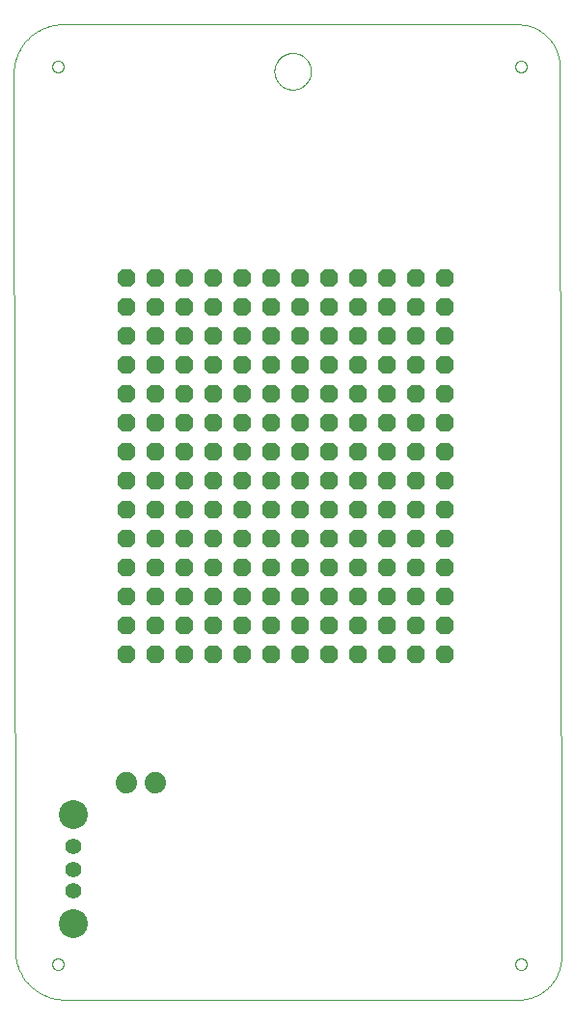
<source format=gbl>
G75*
%MOIN*%
%OFA0B0*%
%FSLAX25Y25*%
%IPPOS*%
%LPD*%
%AMOC8*
5,1,8,0,0,1.08239X$1,22.5*
%
%ADD10C,0.00000*%
%ADD11C,0.07400*%
%ADD12OC8,0.06300*%
%ADD13C,0.05600*%
%ADD14C,0.10000*%
D10*
X0008809Y0018071D02*
X0008329Y0320837D01*
X0021632Y0323269D02*
X0021634Y0323357D01*
X0021640Y0323445D01*
X0021650Y0323533D01*
X0021664Y0323621D01*
X0021681Y0323707D01*
X0021703Y0323793D01*
X0021728Y0323877D01*
X0021758Y0323961D01*
X0021790Y0324043D01*
X0021827Y0324123D01*
X0021867Y0324202D01*
X0021911Y0324279D01*
X0021958Y0324354D01*
X0022008Y0324426D01*
X0022062Y0324497D01*
X0022118Y0324564D01*
X0022178Y0324630D01*
X0022240Y0324692D01*
X0022306Y0324752D01*
X0022373Y0324808D01*
X0022444Y0324862D01*
X0022516Y0324912D01*
X0022591Y0324959D01*
X0022668Y0325003D01*
X0022747Y0325043D01*
X0022827Y0325080D01*
X0022909Y0325112D01*
X0022993Y0325142D01*
X0023077Y0325167D01*
X0023163Y0325189D01*
X0023249Y0325206D01*
X0023337Y0325220D01*
X0023425Y0325230D01*
X0023513Y0325236D01*
X0023601Y0325238D01*
X0023689Y0325236D01*
X0023777Y0325230D01*
X0023865Y0325220D01*
X0023953Y0325206D01*
X0024039Y0325189D01*
X0024125Y0325167D01*
X0024209Y0325142D01*
X0024293Y0325112D01*
X0024375Y0325080D01*
X0024455Y0325043D01*
X0024534Y0325003D01*
X0024611Y0324959D01*
X0024686Y0324912D01*
X0024758Y0324862D01*
X0024829Y0324808D01*
X0024896Y0324752D01*
X0024962Y0324692D01*
X0025024Y0324630D01*
X0025084Y0324564D01*
X0025140Y0324497D01*
X0025194Y0324426D01*
X0025244Y0324354D01*
X0025291Y0324279D01*
X0025335Y0324202D01*
X0025375Y0324123D01*
X0025412Y0324043D01*
X0025444Y0323961D01*
X0025474Y0323877D01*
X0025499Y0323793D01*
X0025521Y0323707D01*
X0025538Y0323621D01*
X0025552Y0323533D01*
X0025562Y0323445D01*
X0025568Y0323357D01*
X0025570Y0323269D01*
X0025568Y0323181D01*
X0025562Y0323093D01*
X0025552Y0323005D01*
X0025538Y0322917D01*
X0025521Y0322831D01*
X0025499Y0322745D01*
X0025474Y0322661D01*
X0025444Y0322577D01*
X0025412Y0322495D01*
X0025375Y0322415D01*
X0025335Y0322336D01*
X0025291Y0322259D01*
X0025244Y0322184D01*
X0025194Y0322112D01*
X0025140Y0322041D01*
X0025084Y0321974D01*
X0025024Y0321908D01*
X0024962Y0321846D01*
X0024896Y0321786D01*
X0024829Y0321730D01*
X0024758Y0321676D01*
X0024686Y0321626D01*
X0024611Y0321579D01*
X0024534Y0321535D01*
X0024455Y0321495D01*
X0024375Y0321458D01*
X0024293Y0321426D01*
X0024209Y0321396D01*
X0024125Y0321371D01*
X0024039Y0321349D01*
X0023953Y0321332D01*
X0023865Y0321318D01*
X0023777Y0321308D01*
X0023689Y0321302D01*
X0023601Y0321300D01*
X0023513Y0321302D01*
X0023425Y0321308D01*
X0023337Y0321318D01*
X0023249Y0321332D01*
X0023163Y0321349D01*
X0023077Y0321371D01*
X0022993Y0321396D01*
X0022909Y0321426D01*
X0022827Y0321458D01*
X0022747Y0321495D01*
X0022668Y0321535D01*
X0022591Y0321579D01*
X0022516Y0321626D01*
X0022444Y0321676D01*
X0022373Y0321730D01*
X0022306Y0321786D01*
X0022240Y0321846D01*
X0022178Y0321908D01*
X0022118Y0321974D01*
X0022062Y0322041D01*
X0022008Y0322112D01*
X0021958Y0322184D01*
X0021911Y0322259D01*
X0021867Y0322336D01*
X0021827Y0322415D01*
X0021790Y0322495D01*
X0021758Y0322577D01*
X0021728Y0322661D01*
X0021703Y0322745D01*
X0021681Y0322831D01*
X0021664Y0322917D01*
X0021650Y0323005D01*
X0021640Y0323093D01*
X0021634Y0323181D01*
X0021632Y0323269D01*
X0008329Y0320837D02*
X0008334Y0321248D01*
X0008349Y0321659D01*
X0008374Y0322069D01*
X0008408Y0322478D01*
X0008453Y0322887D01*
X0008507Y0323294D01*
X0008572Y0323700D01*
X0008646Y0324104D01*
X0008730Y0324506D01*
X0008823Y0324906D01*
X0008926Y0325304D01*
X0009039Y0325699D01*
X0009161Y0326092D01*
X0009293Y0326481D01*
X0009434Y0326867D01*
X0009584Y0327249D01*
X0009744Y0327628D01*
X0009913Y0328003D01*
X0010090Y0328373D01*
X0010277Y0328739D01*
X0010472Y0329101D01*
X0010676Y0329457D01*
X0010889Y0329809D01*
X0011110Y0330155D01*
X0011339Y0330496D01*
X0011576Y0330832D01*
X0011822Y0331161D01*
X0012075Y0331485D01*
X0012337Y0331802D01*
X0012605Y0332113D01*
X0012882Y0332417D01*
X0013165Y0332714D01*
X0013456Y0333005D01*
X0013753Y0333288D01*
X0014057Y0333565D01*
X0014368Y0333833D01*
X0014685Y0334095D01*
X0015009Y0334348D01*
X0015338Y0334594D01*
X0015674Y0334831D01*
X0016015Y0335060D01*
X0016361Y0335281D01*
X0016713Y0335494D01*
X0017069Y0335698D01*
X0017431Y0335893D01*
X0017797Y0336080D01*
X0018167Y0336257D01*
X0018542Y0336426D01*
X0018921Y0336586D01*
X0019303Y0336736D01*
X0019689Y0336877D01*
X0020078Y0337009D01*
X0020471Y0337131D01*
X0020866Y0337244D01*
X0021264Y0337347D01*
X0021664Y0337440D01*
X0022066Y0337524D01*
X0022470Y0337598D01*
X0022876Y0337663D01*
X0023283Y0337717D01*
X0023692Y0337762D01*
X0024101Y0337796D01*
X0024511Y0337821D01*
X0024922Y0337836D01*
X0025333Y0337841D01*
X0182309Y0337841D01*
X0181632Y0323269D02*
X0181634Y0323357D01*
X0181640Y0323445D01*
X0181650Y0323533D01*
X0181664Y0323621D01*
X0181681Y0323707D01*
X0181703Y0323793D01*
X0181728Y0323877D01*
X0181758Y0323961D01*
X0181790Y0324043D01*
X0181827Y0324123D01*
X0181867Y0324202D01*
X0181911Y0324279D01*
X0181958Y0324354D01*
X0182008Y0324426D01*
X0182062Y0324497D01*
X0182118Y0324564D01*
X0182178Y0324630D01*
X0182240Y0324692D01*
X0182306Y0324752D01*
X0182373Y0324808D01*
X0182444Y0324862D01*
X0182516Y0324912D01*
X0182591Y0324959D01*
X0182668Y0325003D01*
X0182747Y0325043D01*
X0182827Y0325080D01*
X0182909Y0325112D01*
X0182993Y0325142D01*
X0183077Y0325167D01*
X0183163Y0325189D01*
X0183249Y0325206D01*
X0183337Y0325220D01*
X0183425Y0325230D01*
X0183513Y0325236D01*
X0183601Y0325238D01*
X0183689Y0325236D01*
X0183777Y0325230D01*
X0183865Y0325220D01*
X0183953Y0325206D01*
X0184039Y0325189D01*
X0184125Y0325167D01*
X0184209Y0325142D01*
X0184293Y0325112D01*
X0184375Y0325080D01*
X0184455Y0325043D01*
X0184534Y0325003D01*
X0184611Y0324959D01*
X0184686Y0324912D01*
X0184758Y0324862D01*
X0184829Y0324808D01*
X0184896Y0324752D01*
X0184962Y0324692D01*
X0185024Y0324630D01*
X0185084Y0324564D01*
X0185140Y0324497D01*
X0185194Y0324426D01*
X0185244Y0324354D01*
X0185291Y0324279D01*
X0185335Y0324202D01*
X0185375Y0324123D01*
X0185412Y0324043D01*
X0185444Y0323961D01*
X0185474Y0323877D01*
X0185499Y0323793D01*
X0185521Y0323707D01*
X0185538Y0323621D01*
X0185552Y0323533D01*
X0185562Y0323445D01*
X0185568Y0323357D01*
X0185570Y0323269D01*
X0185568Y0323181D01*
X0185562Y0323093D01*
X0185552Y0323005D01*
X0185538Y0322917D01*
X0185521Y0322831D01*
X0185499Y0322745D01*
X0185474Y0322661D01*
X0185444Y0322577D01*
X0185412Y0322495D01*
X0185375Y0322415D01*
X0185335Y0322336D01*
X0185291Y0322259D01*
X0185244Y0322184D01*
X0185194Y0322112D01*
X0185140Y0322041D01*
X0185084Y0321974D01*
X0185024Y0321908D01*
X0184962Y0321846D01*
X0184896Y0321786D01*
X0184829Y0321730D01*
X0184758Y0321676D01*
X0184686Y0321626D01*
X0184611Y0321579D01*
X0184534Y0321535D01*
X0184455Y0321495D01*
X0184375Y0321458D01*
X0184293Y0321426D01*
X0184209Y0321396D01*
X0184125Y0321371D01*
X0184039Y0321349D01*
X0183953Y0321332D01*
X0183865Y0321318D01*
X0183777Y0321308D01*
X0183689Y0321302D01*
X0183601Y0321300D01*
X0183513Y0321302D01*
X0183425Y0321308D01*
X0183337Y0321318D01*
X0183249Y0321332D01*
X0183163Y0321349D01*
X0183077Y0321371D01*
X0182993Y0321396D01*
X0182909Y0321426D01*
X0182827Y0321458D01*
X0182747Y0321495D01*
X0182668Y0321535D01*
X0182591Y0321579D01*
X0182516Y0321626D01*
X0182444Y0321676D01*
X0182373Y0321730D01*
X0182306Y0321786D01*
X0182240Y0321846D01*
X0182178Y0321908D01*
X0182118Y0321974D01*
X0182062Y0322041D01*
X0182008Y0322112D01*
X0181958Y0322184D01*
X0181911Y0322259D01*
X0181867Y0322336D01*
X0181827Y0322415D01*
X0181790Y0322495D01*
X0181758Y0322577D01*
X0181728Y0322661D01*
X0181703Y0322745D01*
X0181681Y0322831D01*
X0181664Y0322917D01*
X0181650Y0323005D01*
X0181640Y0323093D01*
X0181634Y0323181D01*
X0181632Y0323269D01*
X0182309Y0337841D02*
X0182665Y0337837D01*
X0183020Y0337824D01*
X0183375Y0337802D01*
X0183730Y0337772D01*
X0184083Y0337734D01*
X0184436Y0337687D01*
X0184787Y0337631D01*
X0185137Y0337567D01*
X0185486Y0337494D01*
X0185832Y0337413D01*
X0186176Y0337324D01*
X0186518Y0337226D01*
X0186858Y0337121D01*
X0187195Y0337006D01*
X0187529Y0336884D01*
X0187860Y0336754D01*
X0188188Y0336616D01*
X0188512Y0336470D01*
X0188833Y0336316D01*
X0189150Y0336155D01*
X0189463Y0335986D01*
X0189772Y0335809D01*
X0190076Y0335625D01*
X0190376Y0335434D01*
X0190671Y0335235D01*
X0190962Y0335030D01*
X0191247Y0334817D01*
X0191527Y0334598D01*
X0191802Y0334371D01*
X0192071Y0334139D01*
X0192334Y0333900D01*
X0192592Y0333654D01*
X0192843Y0333403D01*
X0193089Y0333145D01*
X0193328Y0332882D01*
X0193560Y0332613D01*
X0193787Y0332338D01*
X0194006Y0332058D01*
X0194219Y0331773D01*
X0194424Y0331482D01*
X0194623Y0331187D01*
X0194814Y0330887D01*
X0194998Y0330583D01*
X0195175Y0330274D01*
X0195344Y0329961D01*
X0195505Y0329644D01*
X0195659Y0329323D01*
X0195805Y0328999D01*
X0195943Y0328671D01*
X0196073Y0328340D01*
X0196195Y0328006D01*
X0196310Y0327669D01*
X0196415Y0327329D01*
X0196513Y0326987D01*
X0196602Y0326643D01*
X0196683Y0326297D01*
X0196756Y0325948D01*
X0196820Y0325598D01*
X0196876Y0325247D01*
X0196923Y0324894D01*
X0196961Y0324541D01*
X0196991Y0324186D01*
X0197013Y0323831D01*
X0197026Y0323476D01*
X0197030Y0323120D01*
X0197510Y0015784D01*
X0181609Y0013209D02*
X0181611Y0013297D01*
X0181617Y0013385D01*
X0181627Y0013473D01*
X0181641Y0013561D01*
X0181658Y0013647D01*
X0181680Y0013733D01*
X0181705Y0013817D01*
X0181735Y0013901D01*
X0181767Y0013983D01*
X0181804Y0014063D01*
X0181844Y0014142D01*
X0181888Y0014219D01*
X0181935Y0014294D01*
X0181985Y0014366D01*
X0182039Y0014437D01*
X0182095Y0014504D01*
X0182155Y0014570D01*
X0182217Y0014632D01*
X0182283Y0014692D01*
X0182350Y0014748D01*
X0182421Y0014802D01*
X0182493Y0014852D01*
X0182568Y0014899D01*
X0182645Y0014943D01*
X0182724Y0014983D01*
X0182804Y0015020D01*
X0182886Y0015052D01*
X0182970Y0015082D01*
X0183054Y0015107D01*
X0183140Y0015129D01*
X0183226Y0015146D01*
X0183314Y0015160D01*
X0183402Y0015170D01*
X0183490Y0015176D01*
X0183578Y0015178D01*
X0183666Y0015176D01*
X0183754Y0015170D01*
X0183842Y0015160D01*
X0183930Y0015146D01*
X0184016Y0015129D01*
X0184102Y0015107D01*
X0184186Y0015082D01*
X0184270Y0015052D01*
X0184352Y0015020D01*
X0184432Y0014983D01*
X0184511Y0014943D01*
X0184588Y0014899D01*
X0184663Y0014852D01*
X0184735Y0014802D01*
X0184806Y0014748D01*
X0184873Y0014692D01*
X0184939Y0014632D01*
X0185001Y0014570D01*
X0185061Y0014504D01*
X0185117Y0014437D01*
X0185171Y0014366D01*
X0185221Y0014294D01*
X0185268Y0014219D01*
X0185312Y0014142D01*
X0185352Y0014063D01*
X0185389Y0013983D01*
X0185421Y0013901D01*
X0185451Y0013817D01*
X0185476Y0013733D01*
X0185498Y0013647D01*
X0185515Y0013561D01*
X0185529Y0013473D01*
X0185539Y0013385D01*
X0185545Y0013297D01*
X0185547Y0013209D01*
X0185545Y0013121D01*
X0185539Y0013033D01*
X0185529Y0012945D01*
X0185515Y0012857D01*
X0185498Y0012771D01*
X0185476Y0012685D01*
X0185451Y0012601D01*
X0185421Y0012517D01*
X0185389Y0012435D01*
X0185352Y0012355D01*
X0185312Y0012276D01*
X0185268Y0012199D01*
X0185221Y0012124D01*
X0185171Y0012052D01*
X0185117Y0011981D01*
X0185061Y0011914D01*
X0185001Y0011848D01*
X0184939Y0011786D01*
X0184873Y0011726D01*
X0184806Y0011670D01*
X0184735Y0011616D01*
X0184663Y0011566D01*
X0184588Y0011519D01*
X0184511Y0011475D01*
X0184432Y0011435D01*
X0184352Y0011398D01*
X0184270Y0011366D01*
X0184186Y0011336D01*
X0184102Y0011311D01*
X0184016Y0011289D01*
X0183930Y0011272D01*
X0183842Y0011258D01*
X0183754Y0011248D01*
X0183666Y0011242D01*
X0183578Y0011240D01*
X0183490Y0011242D01*
X0183402Y0011248D01*
X0183314Y0011258D01*
X0183226Y0011272D01*
X0183140Y0011289D01*
X0183054Y0011311D01*
X0182970Y0011336D01*
X0182886Y0011366D01*
X0182804Y0011398D01*
X0182724Y0011435D01*
X0182645Y0011475D01*
X0182568Y0011519D01*
X0182493Y0011566D01*
X0182421Y0011616D01*
X0182350Y0011670D01*
X0182283Y0011726D01*
X0182217Y0011786D01*
X0182155Y0011848D01*
X0182095Y0011914D01*
X0182039Y0011981D01*
X0181985Y0012052D01*
X0181935Y0012124D01*
X0181888Y0012199D01*
X0181844Y0012276D01*
X0181804Y0012355D01*
X0181767Y0012435D01*
X0181735Y0012517D01*
X0181705Y0012601D01*
X0181680Y0012685D01*
X0181658Y0012771D01*
X0181641Y0012857D01*
X0181627Y0012945D01*
X0181617Y0013033D01*
X0181611Y0013121D01*
X0181609Y0013209D01*
X0182726Y0001000D02*
X0183083Y0001004D01*
X0183440Y0001017D01*
X0183797Y0001039D01*
X0184153Y0001069D01*
X0184508Y0001108D01*
X0184862Y0001155D01*
X0185215Y0001211D01*
X0185566Y0001275D01*
X0185916Y0001348D01*
X0186264Y0001430D01*
X0186610Y0001519D01*
X0186953Y0001617D01*
X0187295Y0001724D01*
X0187633Y0001838D01*
X0187968Y0001961D01*
X0188301Y0002091D01*
X0188630Y0002230D01*
X0188956Y0002377D01*
X0189278Y0002531D01*
X0189596Y0002693D01*
X0189911Y0002863D01*
X0190221Y0003041D01*
X0190527Y0003225D01*
X0190828Y0003418D01*
X0191124Y0003617D01*
X0191416Y0003823D01*
X0191702Y0004037D01*
X0191984Y0004257D01*
X0192259Y0004484D01*
X0192530Y0004718D01*
X0192794Y0004958D01*
X0193053Y0005205D01*
X0193305Y0005457D01*
X0193552Y0005716D01*
X0193792Y0005980D01*
X0194026Y0006251D01*
X0194253Y0006526D01*
X0194473Y0006808D01*
X0194687Y0007094D01*
X0194893Y0007386D01*
X0195092Y0007682D01*
X0195285Y0007983D01*
X0195469Y0008289D01*
X0195647Y0008599D01*
X0195817Y0008914D01*
X0195979Y0009232D01*
X0196133Y0009554D01*
X0196280Y0009880D01*
X0196419Y0010209D01*
X0196549Y0010542D01*
X0196672Y0010877D01*
X0196786Y0011215D01*
X0196893Y0011557D01*
X0196991Y0011900D01*
X0197080Y0012246D01*
X0197162Y0012594D01*
X0197235Y0012944D01*
X0197299Y0013295D01*
X0197355Y0013648D01*
X0197402Y0014002D01*
X0197441Y0014357D01*
X0197471Y0014713D01*
X0197493Y0015070D01*
X0197506Y0015427D01*
X0197510Y0015784D01*
X0182726Y0001000D02*
X0025880Y0001000D01*
X0021609Y0013209D02*
X0021611Y0013297D01*
X0021617Y0013385D01*
X0021627Y0013473D01*
X0021641Y0013561D01*
X0021658Y0013647D01*
X0021680Y0013733D01*
X0021705Y0013817D01*
X0021735Y0013901D01*
X0021767Y0013983D01*
X0021804Y0014063D01*
X0021844Y0014142D01*
X0021888Y0014219D01*
X0021935Y0014294D01*
X0021985Y0014366D01*
X0022039Y0014437D01*
X0022095Y0014504D01*
X0022155Y0014570D01*
X0022217Y0014632D01*
X0022283Y0014692D01*
X0022350Y0014748D01*
X0022421Y0014802D01*
X0022493Y0014852D01*
X0022568Y0014899D01*
X0022645Y0014943D01*
X0022724Y0014983D01*
X0022804Y0015020D01*
X0022886Y0015052D01*
X0022970Y0015082D01*
X0023054Y0015107D01*
X0023140Y0015129D01*
X0023226Y0015146D01*
X0023314Y0015160D01*
X0023402Y0015170D01*
X0023490Y0015176D01*
X0023578Y0015178D01*
X0023666Y0015176D01*
X0023754Y0015170D01*
X0023842Y0015160D01*
X0023930Y0015146D01*
X0024016Y0015129D01*
X0024102Y0015107D01*
X0024186Y0015082D01*
X0024270Y0015052D01*
X0024352Y0015020D01*
X0024432Y0014983D01*
X0024511Y0014943D01*
X0024588Y0014899D01*
X0024663Y0014852D01*
X0024735Y0014802D01*
X0024806Y0014748D01*
X0024873Y0014692D01*
X0024939Y0014632D01*
X0025001Y0014570D01*
X0025061Y0014504D01*
X0025117Y0014437D01*
X0025171Y0014366D01*
X0025221Y0014294D01*
X0025268Y0014219D01*
X0025312Y0014142D01*
X0025352Y0014063D01*
X0025389Y0013983D01*
X0025421Y0013901D01*
X0025451Y0013817D01*
X0025476Y0013733D01*
X0025498Y0013647D01*
X0025515Y0013561D01*
X0025529Y0013473D01*
X0025539Y0013385D01*
X0025545Y0013297D01*
X0025547Y0013209D01*
X0025545Y0013121D01*
X0025539Y0013033D01*
X0025529Y0012945D01*
X0025515Y0012857D01*
X0025498Y0012771D01*
X0025476Y0012685D01*
X0025451Y0012601D01*
X0025421Y0012517D01*
X0025389Y0012435D01*
X0025352Y0012355D01*
X0025312Y0012276D01*
X0025268Y0012199D01*
X0025221Y0012124D01*
X0025171Y0012052D01*
X0025117Y0011981D01*
X0025061Y0011914D01*
X0025001Y0011848D01*
X0024939Y0011786D01*
X0024873Y0011726D01*
X0024806Y0011670D01*
X0024735Y0011616D01*
X0024663Y0011566D01*
X0024588Y0011519D01*
X0024511Y0011475D01*
X0024432Y0011435D01*
X0024352Y0011398D01*
X0024270Y0011366D01*
X0024186Y0011336D01*
X0024102Y0011311D01*
X0024016Y0011289D01*
X0023930Y0011272D01*
X0023842Y0011258D01*
X0023754Y0011248D01*
X0023666Y0011242D01*
X0023578Y0011240D01*
X0023490Y0011242D01*
X0023402Y0011248D01*
X0023314Y0011258D01*
X0023226Y0011272D01*
X0023140Y0011289D01*
X0023054Y0011311D01*
X0022970Y0011336D01*
X0022886Y0011366D01*
X0022804Y0011398D01*
X0022724Y0011435D01*
X0022645Y0011475D01*
X0022568Y0011519D01*
X0022493Y0011566D01*
X0022421Y0011616D01*
X0022350Y0011670D01*
X0022283Y0011726D01*
X0022217Y0011786D01*
X0022155Y0011848D01*
X0022095Y0011914D01*
X0022039Y0011981D01*
X0021985Y0012052D01*
X0021935Y0012124D01*
X0021888Y0012199D01*
X0021844Y0012276D01*
X0021804Y0012355D01*
X0021767Y0012435D01*
X0021735Y0012517D01*
X0021705Y0012601D01*
X0021680Y0012685D01*
X0021658Y0012771D01*
X0021641Y0012857D01*
X0021627Y0012945D01*
X0021617Y0013033D01*
X0021611Y0013121D01*
X0021609Y0013209D01*
X0025880Y0001000D02*
X0025468Y0001005D01*
X0025055Y0001020D01*
X0024643Y0001045D01*
X0024232Y0001080D01*
X0023822Y0001124D01*
X0023413Y0001179D01*
X0023006Y0001244D01*
X0022600Y0001318D01*
X0022196Y0001402D01*
X0021795Y0001496D01*
X0021395Y0001600D01*
X0020999Y0001713D01*
X0020605Y0001836D01*
X0020214Y0001968D01*
X0019827Y0002109D01*
X0019443Y0002260D01*
X0019062Y0002420D01*
X0018686Y0002590D01*
X0018314Y0002768D01*
X0017947Y0002955D01*
X0017584Y0003151D01*
X0017226Y0003356D01*
X0016873Y0003570D01*
X0016525Y0003792D01*
X0016183Y0004022D01*
X0015846Y0004260D01*
X0015515Y0004507D01*
X0015190Y0004761D01*
X0014872Y0005023D01*
X0014560Y0005293D01*
X0014254Y0005570D01*
X0013956Y0005855D01*
X0013664Y0006147D01*
X0013379Y0006445D01*
X0013102Y0006751D01*
X0012832Y0007063D01*
X0012570Y0007381D01*
X0012316Y0007706D01*
X0012069Y0008037D01*
X0011831Y0008374D01*
X0011601Y0008716D01*
X0011379Y0009064D01*
X0011165Y0009417D01*
X0010960Y0009775D01*
X0010764Y0010138D01*
X0010577Y0010505D01*
X0010399Y0010877D01*
X0010229Y0011253D01*
X0010069Y0011634D01*
X0009918Y0012018D01*
X0009777Y0012405D01*
X0009645Y0012796D01*
X0009522Y0013190D01*
X0009409Y0013586D01*
X0009305Y0013986D01*
X0009211Y0014387D01*
X0009127Y0014791D01*
X0009053Y0015197D01*
X0008988Y0015604D01*
X0008933Y0016013D01*
X0008889Y0016423D01*
X0008854Y0016834D01*
X0008829Y0017246D01*
X0008814Y0017659D01*
X0008809Y0018071D01*
X0098410Y0321609D02*
X0098412Y0321767D01*
X0098418Y0321925D01*
X0098428Y0322083D01*
X0098442Y0322241D01*
X0098460Y0322398D01*
X0098481Y0322555D01*
X0098507Y0322711D01*
X0098537Y0322867D01*
X0098570Y0323022D01*
X0098608Y0323175D01*
X0098649Y0323328D01*
X0098694Y0323480D01*
X0098743Y0323631D01*
X0098796Y0323780D01*
X0098852Y0323928D01*
X0098912Y0324074D01*
X0098976Y0324219D01*
X0099044Y0324362D01*
X0099115Y0324504D01*
X0099189Y0324644D01*
X0099267Y0324781D01*
X0099349Y0324917D01*
X0099433Y0325051D01*
X0099522Y0325182D01*
X0099613Y0325311D01*
X0099708Y0325438D01*
X0099805Y0325563D01*
X0099906Y0325685D01*
X0100010Y0325804D01*
X0100117Y0325921D01*
X0100227Y0326035D01*
X0100340Y0326146D01*
X0100455Y0326255D01*
X0100573Y0326360D01*
X0100694Y0326462D01*
X0100817Y0326562D01*
X0100943Y0326658D01*
X0101071Y0326751D01*
X0101201Y0326841D01*
X0101334Y0326927D01*
X0101469Y0327011D01*
X0101605Y0327090D01*
X0101744Y0327167D01*
X0101885Y0327239D01*
X0102027Y0327309D01*
X0102171Y0327374D01*
X0102317Y0327436D01*
X0102464Y0327494D01*
X0102613Y0327549D01*
X0102763Y0327600D01*
X0102914Y0327647D01*
X0103066Y0327690D01*
X0103219Y0327729D01*
X0103374Y0327765D01*
X0103529Y0327796D01*
X0103685Y0327824D01*
X0103841Y0327848D01*
X0103998Y0327868D01*
X0104156Y0327884D01*
X0104313Y0327896D01*
X0104472Y0327904D01*
X0104630Y0327908D01*
X0104788Y0327908D01*
X0104946Y0327904D01*
X0105105Y0327896D01*
X0105262Y0327884D01*
X0105420Y0327868D01*
X0105577Y0327848D01*
X0105733Y0327824D01*
X0105889Y0327796D01*
X0106044Y0327765D01*
X0106199Y0327729D01*
X0106352Y0327690D01*
X0106504Y0327647D01*
X0106655Y0327600D01*
X0106805Y0327549D01*
X0106954Y0327494D01*
X0107101Y0327436D01*
X0107247Y0327374D01*
X0107391Y0327309D01*
X0107533Y0327239D01*
X0107674Y0327167D01*
X0107813Y0327090D01*
X0107949Y0327011D01*
X0108084Y0326927D01*
X0108217Y0326841D01*
X0108347Y0326751D01*
X0108475Y0326658D01*
X0108601Y0326562D01*
X0108724Y0326462D01*
X0108845Y0326360D01*
X0108963Y0326255D01*
X0109078Y0326146D01*
X0109191Y0326035D01*
X0109301Y0325921D01*
X0109408Y0325804D01*
X0109512Y0325685D01*
X0109613Y0325563D01*
X0109710Y0325438D01*
X0109805Y0325311D01*
X0109896Y0325182D01*
X0109985Y0325051D01*
X0110069Y0324917D01*
X0110151Y0324781D01*
X0110229Y0324644D01*
X0110303Y0324504D01*
X0110374Y0324362D01*
X0110442Y0324219D01*
X0110506Y0324074D01*
X0110566Y0323928D01*
X0110622Y0323780D01*
X0110675Y0323631D01*
X0110724Y0323480D01*
X0110769Y0323328D01*
X0110810Y0323175D01*
X0110848Y0323022D01*
X0110881Y0322867D01*
X0110911Y0322711D01*
X0110937Y0322555D01*
X0110958Y0322398D01*
X0110976Y0322241D01*
X0110990Y0322083D01*
X0111000Y0321925D01*
X0111006Y0321767D01*
X0111008Y0321609D01*
X0111006Y0321451D01*
X0111000Y0321293D01*
X0110990Y0321135D01*
X0110976Y0320977D01*
X0110958Y0320820D01*
X0110937Y0320663D01*
X0110911Y0320507D01*
X0110881Y0320351D01*
X0110848Y0320196D01*
X0110810Y0320043D01*
X0110769Y0319890D01*
X0110724Y0319738D01*
X0110675Y0319587D01*
X0110622Y0319438D01*
X0110566Y0319290D01*
X0110506Y0319144D01*
X0110442Y0318999D01*
X0110374Y0318856D01*
X0110303Y0318714D01*
X0110229Y0318574D01*
X0110151Y0318437D01*
X0110069Y0318301D01*
X0109985Y0318167D01*
X0109896Y0318036D01*
X0109805Y0317907D01*
X0109710Y0317780D01*
X0109613Y0317655D01*
X0109512Y0317533D01*
X0109408Y0317414D01*
X0109301Y0317297D01*
X0109191Y0317183D01*
X0109078Y0317072D01*
X0108963Y0316963D01*
X0108845Y0316858D01*
X0108724Y0316756D01*
X0108601Y0316656D01*
X0108475Y0316560D01*
X0108347Y0316467D01*
X0108217Y0316377D01*
X0108084Y0316291D01*
X0107949Y0316207D01*
X0107813Y0316128D01*
X0107674Y0316051D01*
X0107533Y0315979D01*
X0107391Y0315909D01*
X0107247Y0315844D01*
X0107101Y0315782D01*
X0106954Y0315724D01*
X0106805Y0315669D01*
X0106655Y0315618D01*
X0106504Y0315571D01*
X0106352Y0315528D01*
X0106199Y0315489D01*
X0106044Y0315453D01*
X0105889Y0315422D01*
X0105733Y0315394D01*
X0105577Y0315370D01*
X0105420Y0315350D01*
X0105262Y0315334D01*
X0105105Y0315322D01*
X0104946Y0315314D01*
X0104788Y0315310D01*
X0104630Y0315310D01*
X0104472Y0315314D01*
X0104313Y0315322D01*
X0104156Y0315334D01*
X0103998Y0315350D01*
X0103841Y0315370D01*
X0103685Y0315394D01*
X0103529Y0315422D01*
X0103374Y0315453D01*
X0103219Y0315489D01*
X0103066Y0315528D01*
X0102914Y0315571D01*
X0102763Y0315618D01*
X0102613Y0315669D01*
X0102464Y0315724D01*
X0102317Y0315782D01*
X0102171Y0315844D01*
X0102027Y0315909D01*
X0101885Y0315979D01*
X0101744Y0316051D01*
X0101605Y0316128D01*
X0101469Y0316207D01*
X0101334Y0316291D01*
X0101201Y0316377D01*
X0101071Y0316467D01*
X0100943Y0316560D01*
X0100817Y0316656D01*
X0100694Y0316756D01*
X0100573Y0316858D01*
X0100455Y0316963D01*
X0100340Y0317072D01*
X0100227Y0317183D01*
X0100117Y0317297D01*
X0100010Y0317414D01*
X0099906Y0317533D01*
X0099805Y0317655D01*
X0099708Y0317780D01*
X0099613Y0317907D01*
X0099522Y0318036D01*
X0099433Y0318167D01*
X0099349Y0318301D01*
X0099267Y0318437D01*
X0099189Y0318574D01*
X0099115Y0318714D01*
X0099044Y0318856D01*
X0098976Y0318999D01*
X0098912Y0319144D01*
X0098852Y0319290D01*
X0098796Y0319438D01*
X0098743Y0319587D01*
X0098694Y0319738D01*
X0098649Y0319890D01*
X0098608Y0320043D01*
X0098570Y0320196D01*
X0098537Y0320351D01*
X0098507Y0320507D01*
X0098481Y0320663D01*
X0098460Y0320820D01*
X0098442Y0320977D01*
X0098428Y0321135D01*
X0098418Y0321293D01*
X0098412Y0321451D01*
X0098410Y0321609D01*
D11*
X0057169Y0076000D03*
X0047169Y0076000D03*
D12*
X0047169Y0120200D03*
X0047169Y0130200D03*
X0047169Y0140200D03*
X0047169Y0150200D03*
X0047169Y0160200D03*
X0047169Y0170200D03*
X0047169Y0180200D03*
X0047169Y0190200D03*
X0047169Y0200200D03*
X0047169Y0210200D03*
X0047169Y0220200D03*
X0047169Y0230200D03*
X0047169Y0240200D03*
X0047169Y0250200D03*
X0057169Y0250200D03*
X0057169Y0240200D03*
X0057169Y0230200D03*
X0057169Y0220200D03*
X0057169Y0210200D03*
X0057169Y0200200D03*
X0057169Y0190200D03*
X0057169Y0180200D03*
X0057169Y0170200D03*
X0057169Y0160200D03*
X0057169Y0150200D03*
X0057169Y0140200D03*
X0057169Y0130200D03*
X0057169Y0120200D03*
X0067169Y0120200D03*
X0067169Y0130200D03*
X0067169Y0140200D03*
X0067169Y0150200D03*
X0067169Y0160200D03*
X0067169Y0170200D03*
X0067169Y0180200D03*
X0067169Y0190200D03*
X0067169Y0200200D03*
X0067169Y0210200D03*
X0067169Y0220200D03*
X0067169Y0230200D03*
X0067169Y0240200D03*
X0067169Y0250200D03*
X0077169Y0250200D03*
X0077169Y0240200D03*
X0077169Y0230200D03*
X0077169Y0220200D03*
X0077169Y0210200D03*
X0077169Y0200200D03*
X0077169Y0190200D03*
X0077169Y0180200D03*
X0077169Y0170200D03*
X0077169Y0160200D03*
X0077169Y0150200D03*
X0077169Y0140200D03*
X0077169Y0130200D03*
X0077169Y0120200D03*
X0087169Y0120200D03*
X0087169Y0130200D03*
X0087169Y0140200D03*
X0087169Y0150200D03*
X0087169Y0160200D03*
X0087169Y0170200D03*
X0087169Y0180200D03*
X0087169Y0190200D03*
X0087169Y0200200D03*
X0087169Y0210200D03*
X0087169Y0220200D03*
X0087169Y0230200D03*
X0087169Y0240200D03*
X0087169Y0250200D03*
X0097169Y0250200D03*
X0097169Y0240200D03*
X0097169Y0230200D03*
X0097169Y0220200D03*
X0097169Y0210200D03*
X0097169Y0200200D03*
X0097169Y0190200D03*
X0097169Y0180200D03*
X0097169Y0170200D03*
X0097169Y0160200D03*
X0097169Y0150200D03*
X0097169Y0140200D03*
X0097169Y0130200D03*
X0097169Y0120200D03*
X0107169Y0120200D03*
X0107169Y0130200D03*
X0107169Y0140200D03*
X0107169Y0150200D03*
X0107169Y0160200D03*
X0107169Y0170200D03*
X0107169Y0180200D03*
X0107169Y0190200D03*
X0107169Y0200200D03*
X0107169Y0210200D03*
X0107169Y0220200D03*
X0107169Y0230200D03*
X0107169Y0240200D03*
X0107169Y0250200D03*
X0117169Y0250200D03*
X0117169Y0240200D03*
X0117169Y0230200D03*
X0117169Y0220200D03*
X0117169Y0210200D03*
X0117169Y0200200D03*
X0117169Y0190200D03*
X0117169Y0180200D03*
X0117169Y0170200D03*
X0117169Y0160200D03*
X0117169Y0150200D03*
X0117169Y0140200D03*
X0117169Y0130200D03*
X0117169Y0120200D03*
X0127169Y0120200D03*
X0127169Y0130200D03*
X0127169Y0140200D03*
X0127169Y0150200D03*
X0127169Y0160200D03*
X0127169Y0170200D03*
X0127169Y0180200D03*
X0127169Y0190200D03*
X0127169Y0200200D03*
X0127169Y0210200D03*
X0127169Y0220200D03*
X0127169Y0230200D03*
X0127169Y0240200D03*
X0127169Y0250200D03*
X0137169Y0250200D03*
X0137169Y0240200D03*
X0137169Y0230200D03*
X0137169Y0220200D03*
X0137169Y0210200D03*
X0137169Y0200200D03*
X0137169Y0190200D03*
X0137169Y0180200D03*
X0137169Y0170200D03*
X0137169Y0160200D03*
X0137169Y0150200D03*
X0137169Y0140200D03*
X0137169Y0130200D03*
X0137169Y0120200D03*
X0147169Y0120200D03*
X0147169Y0130200D03*
X0147169Y0140200D03*
X0147169Y0150200D03*
X0147169Y0160200D03*
X0147169Y0170200D03*
X0147169Y0180200D03*
X0147169Y0190200D03*
X0147169Y0200200D03*
X0147169Y0210200D03*
X0147169Y0220200D03*
X0147169Y0230200D03*
X0147169Y0240200D03*
X0147169Y0250200D03*
X0157169Y0250200D03*
X0157169Y0240200D03*
X0157169Y0230200D03*
X0157169Y0220200D03*
X0157169Y0210200D03*
X0157169Y0200200D03*
X0157169Y0190200D03*
X0157169Y0180200D03*
X0157169Y0170200D03*
X0157169Y0160200D03*
X0157169Y0150200D03*
X0157169Y0140200D03*
X0157169Y0130200D03*
X0157169Y0120200D03*
D13*
X0028809Y0053874D03*
X0028809Y0046000D03*
X0028809Y0038520D03*
D14*
X0028809Y0027102D03*
X0028809Y0064898D03*
M02*

</source>
